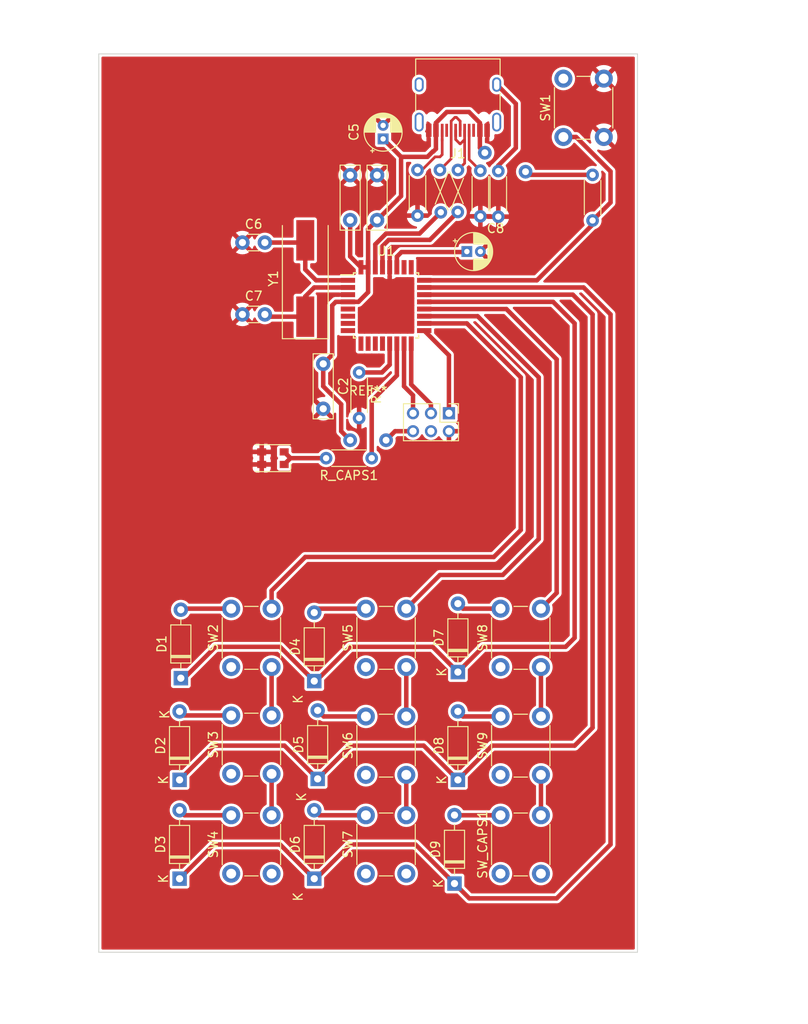
<source format=kicad_pcb>
(kicad_pcb (version 20211014) (generator pcbnew)
  (layers (0 "F.Cu" signal) (31 "B.Cu" signal) (34 "B.Paste" user) (35 "F.Paste" user) (36 "B.SilkS" user "B.Silkscreen") (37 "F.SilkS" user "F.Silkscreen") (38 "B.Mask" user) (39 "F.Mask" user) (44 "Edge.Cuts" user))
  (net 0 "")
  (net 1 "Net-(C6-Pad2)")
  (net 2 "Net-(C7-Pad2)")
  (net 3 "Net-(C8-Pad1)")
  (net 4 "Net-(D1-Pad2)")
  (net 5 "Net-(D2-Pad2)")
  (net 6 "ROW3")
  (net 7 "Net-(D3-Pad2)")
  (net 8 "Net-(D4-Pad2)")
  (net 9 "Net-(D5-Pad2)")
  (net 10 "Net-(D6-Pad2)")
  (net 11 "Net-(D7-Pad2)")
  (net 12 "Net-(D8-Pad2)")
  (net 13 "Net-(D9-Pad2)")
  (net 14 "Net-(J1-PadA5)")
  (net 15 "Net-(J1-PadA6)")
  (net 16 "Net-(J1-PadA7)")
  (net 18 "Net-(J1-PadB5)")
  (net 20 "Net-(J1-PadS1)")
  (net 21 "RESET")
  (net 22 "D-")
  (net 23 "D+")
  (net 24 "Net-(R7-Pad1)")
  (net 25 "CAPS")
  (net 26 "COL1")
  (net 27 "COL2")
  (net 28 "COL3")
  (net 31 "VCC")
  (net 32 "GND")
  (net 37 "Net-(R_CAPS1-Pad2)")
  (net 41 "ROW1")
  (net 42 "ROW2")
  (net 44 "MISO")
  (net 45 "MOSI")
  (net 46 "SCLK")
  (footprint "Resistor_THT:R_Axial_DIN0204_L3.6mm_D1.6mm_P5.08mm_Horizontal" (layer "F.Cu") (at 58 55.46 -90)
    (fp_text reference "R7" (at 2.54 -1.92 90) (layer "F.SilkS"))
    (fp_text value "10k")
    (pad "1" thru_hole circle (at 0 0 270) (size 1.4 1.4) (drill 0.7) (layers *.Cu *.Mask) (net 24 "Net-(R7-Pad1)"))
    (pad "2" thru_hole oval (at 5.08 0 270) (size 1.4 1.4) (drill 0.7) (layers *.Cu *.Mask) (net 32 "GND"))
  )
  (footprint "Diode_THT:D_DO-35_SOD27_P7.62mm_Horizontal" (layer "F.Cu") (at 53 111.81 90)
    (fp_text reference "D6" (at 3.81 -2.12 90) (layer "F.SilkS"))
    (fp_text value "1N4148")
    (fp_text user "K" (at -2.015564 -1.8 90) (layer "F.SilkS"))
    (pad "1" thru_hole rect locked (at 0 0 90) (size 1.6 1.6) (drill 0.8) (layers *.Cu *.Mask) (net 6 "ROW3"))
    (pad "2" thru_hole oval locked (at 7.62 0 90) (size 1.6 1.6) (drill 0.8) (layers *.Cu *.Mask) (net 10 "Net-(D6-Pad2)"))
  )
  (footprint "Diode_THT:D_DO-35_SOD27_P7.62mm_Horizontal" (layer "F.Cu") (at 38.14 89.49 90)
    (fp_text reference "D1" (at 3.81 -2.12 90) (layer "F.SilkS"))
    (fp_text value "1N4148")
    (fp_text user "K" (at -4.031128 -1.8 90) (layer "F.SilkS"))
    (pad "1" thru_hole rect locked (at 0 0 90) (size 1.6 1.6) (drill 0.8) (layers *.Cu *.Mask) (net 41 "ROW1"))
    (pad "2" thru_hole oval locked (at 7.62 0 90) (size 1.6 1.6) (drill 0.8) (layers *.Cu *.Mask) (net 4 "Net-(D1-Pad2)"))
  )
  (footprint "Capacitor_THT:C_Rect_L7.0mm_W2.0mm_P5.00mm" (layer "F.Cu") (at 57 38.5 90)
    (fp_text reference "C1" hide)
    (fp_text value "0.1uf")
    (pad "1" thru_hole circle (at 0 0 90) (size 1.6 1.6) (drill 0.8) (layers *.Cu *.Mask) (net 31 "VCC"))
    (pad "2" thru_hole circle (at 5 0 90) (size 1.6 1.6) (drill 0.8) (layers *.Cu *.Mask) (net 32 "GND"))
  )
  (footprint "Diode_THT:D_DO-35_SOD27_P7.62mm_Horizontal" (layer "F.Cu") (at 68.62 112.35 90)
    (fp_text reference "D9" (at 3.81 -2.12 90) (layer "F.SilkS"))
    (fp_text value "1N4148")
    (fp_text user "K" (at 0 -1.8 90) (layer "F.SilkS"))
    (pad "1" thru_hole rect locked (at 0 0 90) (size 1.6 1.6) (drill 0.8) (layers *.Cu *.Mask) (net 6 "ROW3"))
    (pad "2" thru_hole oval locked (at 7.62 0 90) (size 1.6 1.6) (drill 0.8) (layers *.Cu *.Mask) (net 13 "Net-(D9-Pad2)"))
  )
  (footprint "Button_Switch_THT:SW_PUSH_6mm" (layer "F.Cu") (at 73.75 111.25 90)
    (fp_text reference "SW_CAPS1" (at 3.25 -2 90) (layer "F.SilkS"))
    (fp_text value "SW_Push")
    (pad "1" thru_hole circle locked (at 6.5 0 180) (size 2 2) (drill 1.1) (layers *.Cu *.Mask) (net 13 "Net-(D9-Pad2)"))
    (pad "1" thru_hole circle locked (at 0 0 180) (size 2 2) (drill 1.1) (layers *.Cu *.Mask) (net 13 "Net-(D9-Pad2)"))
    (pad "2" thru_hole circle locked (at 6.5 4.5 180) (size 2 2) (drill 1.1) (layers *.Cu *.Mask) (net 28 "COL3"))
    (pad "2" thru_hole circle locked (at 0 4.5 180) (size 2 2) (drill 1.1) (layers *.Cu *.Mask) (net 28 "COL3"))
  )
  (footprint "Resistor_THT:R_Axial_DIN0204_L3.6mm_D1.6mm_P5.08mm_Horizontal" (layer "F.Cu") (at 67 32.92 -67)
    (fp_text reference "R6" hide)
    (fp_text value "22ohm")
    (pad "1" thru_hole circle (at 0 0 293) (size 1.4 1.4) (drill 0.7) (layers *.Cu *.Mask) (net 15 "Net-(J1-PadA6)"))
    (pad "2" thru_hole oval (at 5.08 0 293) (size 1.4 1.4) (drill 0.7) (layers *.Cu *.Mask) (net 23 "D+"))
  )
  (footprint "Package_QFP:TQFP-32_7x7mm_P0.8mm" (layer "F.Cu") (at 61 48)
    (fp_text reference "U1" (at 0 -6.05) (layer "F.SilkS"))
    (fp_text value "ATmega8U2-A")
    (pad "1" smd rect (at -4.25 -2.8) (size 1.6 0.55) (layers "F.Cu" "F.Paste" "F.Mask") (net 1 "Net-(C6-Pad2)"))
    (pad "2" smd rect (at -4.25 -2) (size 1.6 0.55) (layers "F.Cu" "F.Paste" "F.Mask") (net 2 "Net-(C7-Pad2)"))
    (pad "3" smd rect (at -4.25 -1.2) (size 1.6 0.55) (layers "F.Cu" "F.Paste" "F.Mask") (net 32 "GND"))
    (pad "4" smd rect (at -4.25 -0.4) (size 1.6 0.55) (layers "F.Cu" "F.Paste" "F.Mask") (net 31 "VCC"))
    (pad "5" smd rect (at -4.25 0.4) (size 1.6 0.55) (layers "F.Cu" "F.Paste" "F.Mask"))
    (pad "6" smd rect (at -4.25 1.2) (size 1.6 0.55) (layers "F.Cu" "F.Paste" "F.Mask"))
    (pad "7" smd rect (at -4.25 2) (size 1.6 0.55) (layers "F.Cu" "F.Paste" "F.Mask"))
    (pad "8" smd rect (at -4.25 2.8) (size 1.6 0.55) (layers "F.Cu" "F.Paste" "F.Mask"))
    (pad "9" smd rect (at -2.8 4.25 90) (size 1.6 0.55) (layers "F.Cu" "F.Paste" "F.Mask"))
    (pad "10" smd rect (at -2 4.25 90) (size 1.6 0.55) (layers "F.Cu" "F.Paste" "F.Mask"))
    (pad "11" smd rect (at -1.2 4.25 90) (size 1.6 0.55) (layers "F.Cu" "F.Paste" "F.Mask"))
    (pad "12" smd rect (at -0.4 4.25 90) (size 1.6 0.55) (layers "F.Cu" "F.Paste" "F.Mask"))
    (pad "13" smd rect (at 0.4 4.25 90) (size 1.6 0.55) (layers "F.Cu" "F.Paste" "F.Mask") (net 24 "Net-(R7-Pad1)"))
    (pad "14" smd rect (at 1.2 4.25 90) (size 1.6 0.55) (layers "F.Cu" "F.Paste" "F.Mask") (net 25 "CAPS"))
    (pad "15" smd rect (at 2 4.25 90) (size 1.6 0.55) (layers "F.Cu" "F.Paste" "F.Mask") (net 46 "SCLK"))
    (pad "16" smd rect (at 2.8 4.25 90) (size 1.6 0.55) (layers "F.Cu" "F.Paste" "F.Mask") (net 45 "MOSI"))
    (pad "17" smd rect (at 4.25 2.8) (size 1.6 0.55) (layers "F.Cu" "F.Paste" "F.Mask") (net 44 "MISO"))
    (pad "18" smd rect (at 4.25 2) (size 1.6 0.55) (layers "F.Cu" "F.Paste" "F.Mask") (net 26 "COL1"))
    (pad "19" smd rect (at 4.25 1.2) (size 1.6 0.55) (layers "F.Cu" "F.Paste" "F.Mask") (net 27 "COL2"))
    (pad "20" smd rect (at 4.25 0.4) (size 1.6 0.55) (layers "F.Cu" "F.Paste" "F.Mask") (net 28 "COL3"))
    (pad "21" smd rect (at 4.25 -0.4) (size 1.6 0.55) (layers "F.Cu" "F.Paste" "F.Mask") (net 41 "ROW1"))
    (pad "22" smd rect (at 4.25 -1.2) (size 1.6 0.55) (layers "F.Cu" "F.Paste" "F.Mask") (net 42 "ROW2"))
    (pad "23" smd rect (at 4.25 -2) (size 1.6 0.55) (layers "F.Cu" "F.Paste" "F.Mask") (net 6 "ROW3"))
    (pad "24" smd rect (at 4.25 -2.8) (size 1.6 0.55) (layers "F.Cu" "F.Paste" "F.Mask") (net 21 "RESET"))
    (pad "25" smd rect (at 2.8 -4.25 90) (size 1.6 0.55) (layers "F.Cu" "F.Paste" "F.Mask"))
    (pad "26" smd rect (at 2 -4.25 90) (size 1.6 0.55) (layers "F.Cu" "F.Paste" "F.Mask"))
    (pad "27" smd rect (at 1.2 -4.25 90) (size 1.6 0.55) (layers "F.Cu" "F.Paste" "F.Mask") (net 3 "Net-(C8-Pad1)"))
    (pad "28" smd rect (at 0.4 -4.25 90) (size 1.6 0.55) (layers "F.Cu" "F.Paste" "F.Mask") (net 32 "GND"))
    (pad "29" smd rect (at -0.4 -4.25 90) (size 1.6 0.55) (layers "F.Cu" "F.Paste" "F.Mask") (net 23 "D+"))
    (pad "30" smd rect (at -1.2 -4.25 90) (size 1.6 0.55) (layers "F.Cu" "F.Paste" "F.Mask") (net 22 "D-"))
    (pad "31" smd rect (at -2 -4.25 90) (size 1.6 0.55) (layers "F.Cu" "F.Paste" "F.Mask") (net 31 "VCC"))
    (pad "32" smd rect (at -2.8 -4.25 90) (size 1.6 0.55) (layers "F.Cu" "F.Paste" "F.Mask") (net 31 "VCC"))
  )
  (footprint "Liam_CustomFootprints:Jumper_THT" (layer "F.Cu") (at 75.925707 27.313698 -25)
    (fp_text reference "REF**" hide)
    (fp_text value "Jumper_THT" hide)
    (pad "1" thru_hole circle (at -2 5 335) (size 1.524 1.524) (drill 0.762) (layers *.Cu *.Mask) (net 31 "VCC"))
    (pad "2" thru_hole circle (at 3 5 335) (size 1.524 1.524) (drill 0.762) (layers *.Cu *.Mask) (net 31 "VCC"))
  )
  (footprint "Diode_THT:D_DO-35_SOD27_P7.62mm_Horizontal" (layer "F.Cu") (at 69 100.81 90)
    (fp_text reference "D8" (at 3.81 -2.12 90) (layer "F.SilkS"))
    (fp_text value "1N4148")
    (fp_text user "K" (at 0 -1.8 90) (layer "F.SilkS"))
    (pad "1" thru_hole rect locked (at 0 0 90) (size 1.6 1.6) (drill 0.8) (layers *.Cu *.Mask) (net 42 "ROW2"))
    (pad "2" thru_hole oval locked (at 7.62 0 90) (size 1.6 1.6) (drill 0.8) (layers *.Cu *.Mask) (net 12 "Net-(D8-Pad2)"))
  )
  (footprint "Button_Switch_THT:SW_PUSH_6mm" (layer "F.Cu") (at 80.75 29.25 90)
    (fp_text reference "SW1" (at 3.25 -2 90) (layer "F.SilkS"))
    (fp_text value "SW_Push")
    (pad "1" thru_hole circle (at 6.5 0 180) (size 2 2) (drill 1.1) (layers *.Cu *.Mask) (net 21 "RESET"))
    (pad "1" thru_hole circle (at 0 0 180) (size 2 2) (drill 1.1) (layers *.Cu *.Mask) (net 21 "RESET"))
    (pad "2" thru_hole circle (at 6.5 4.5 180) (size 2 2) (drill 1.1) (layers *.Cu *.Mask) (net 32 "GND"))
    (pad "2" thru_hole circle (at 0 4.5 180) (size 2 2) (drill 1.1) (layers *.Cu *.Mask) (net 32 "GND"))
  )
  (footprint "Connector_USB:USB_C_Receptacle_HRO_TYPE-C-31-M-12" (layer "F.Cu") (at 69 24.46 180)
    (fp_text reference "J1" (at 0 -6.645) (layer "F.SilkS"))
    (fp_text value "USB_C_Receptacle_USB2.0")
    (pad "" np_thru_hole circle (at -2.89 -2.6 180) (size 0.65 0.65) (drill 0.65) (layers *.Cu *.Mask))
    (pad "" np_thru_hole circle (at 2.89 -2.6 180) (size 0.65 0.65) (drill 0.65) (layers *.Cu *.Mask))
    (pad "A1" smd rect (at -3.25 -4.045 180) (size 0.6 1.45) (layers "F.Cu" "F.Paste" "F.Mask") (net 32 "GND"))
    (pad "A4" smd rect (at -2.45 -4.045 180) (size 0.6 1.45) (layers "F.Cu" "F.Paste" "F.Mask") (net 31 "VCC"))
    (pad "A5" smd rect (at -1.25 -4.045 180) (size 0.3 1.45) (layers "F.Cu" "F.Paste" "F.Mask") (net 14 "Net-(J1-PadA5)"))
    (pad "A6" smd rect (at -0.25 -4.045 180) (size 0.3 1.45) (layers "F.Cu" "F.Paste" "F.Mask") (net 15 "Net-(J1-PadA6)"))
    (pad "A7" smd rect (at 0.25 -4.045 180) (size 0.3 1.45) (layers "F.Cu" "F.Paste" "F.Mask") (net 16 "Net-(J1-PadA7)"))
    (pad "A8" smd rect (at 1.25 -4.045 180) (size 0.3 1.45) (layers "F.Cu" "F.Paste" "F.Mask"))
    (pad "A9" smd rect (at 2.45 -4.045 180) (size 0.6 1.45) (layers "F.Cu" "F.Paste" "F.Mask") (net 31 "VCC"))
    (pad "A12" smd rect (at 3.25 -4.045 180) (size 0.6 1.45) (layers "F.Cu" "F.Paste" "F.Mask") (net 32 "GND"))
    (pad "B1" smd rect (at 3.25 -4.045 180) (size 0.6 1.45) (layers "F.Cu" "F.Paste" "F.Mask") (net 32 "GND"))
    (pad "B4" smd rect (at 2.45 -4.045 180) (size 0.6 1.45) (layers "F.Cu" "F.Paste" "F.Mask") (net 31 "VCC"))
    (pad "B5" smd rect (at 1.75 -4.045 180) (size 0.3 1.45) (layers "F.Cu" "F.Paste" "F.Mask") (net 18 "Net-(J1-PadB5)"))
    (pad "B6" smd rect (at 0.75 -4.045 180) (size 0.3 1.45) (layers "F.Cu" "F.Paste" "F.Mask") (net 15 "Net-(J1-PadA6)"))
    (pad "B7" smd rect (at -0.75 -4.045 180) (size 0.3 1.45) (layers "F.Cu" "F.Paste" "F.Mask") (net 16 "Net-(J1-PadA7)"))
    (pad "B8" smd rect (at -1.75 -4.045 180) (size 0.3 1.45) (layers "F.Cu" "F.Paste" "F.Mask"))
    (pad "B9" smd rect (at -2.45 -4.045 180) (size 0.6 1.45) (layers "F.Cu" "F.Paste" "F.Mask") (net 31 "VCC"))
    (pad "B12" smd rect (at -3.25 -4.045 180) (size 0.6 1.45) (layers "F.Cu" "F.Paste" "F.Mask") (net 32 "GND"))
    (pad "S1" thru_hole oval (at 4.32 -3.13 180) (size 1 2.1) (drill oval 0.6 1.7) (layers *.Cu *.Mask) (net 20 "Net-(J1-PadS1)"))
    (pad "S1" thru_hole oval (at -4.32 1.05 180) (size 1 1.6) (drill oval 0.6 1.2) (layers *.Cu *.Mask) (net 20 "Net-(J1-PadS1)"))
    (pad "S1" thru_hole oval (at 4.32 1.05 180) (size 1 1.6) (drill oval 0.6 1.2) (layers *.Cu *.Mask) (net 20 "Net-(J1-PadS1)"))
    (pad "S1" thru_hole oval (at -4.32 -3.13 180) (size 1 2.1) (drill oval 0.6 1.7) (layers *.Cu *.Mask) (net 20 "Net-(J1-PadS1)"))
  )
  (footprint "Diode_THT:D_DO-35_SOD27_P7.62mm_Horizontal" (layer "F.Cu") (at 38 111.81 90)
    (fp_text reference "D3" (at 3.81 -2.12 90) (layer "F.SilkS"))
    (fp_text value "1N4148")
    (fp_text user "K" (at 0 -1.8 90) (layer "F.SilkS"))
    (pad "1" thru_hole rect locked (at 0 0 90) (size 1.6 1.6) (drill 0.8) (layers *.Cu *.Mask) (net 6 "ROW3"))
    (pad "2" thru_hole oval locked (at 7.62 0 90) (size 1.6 1.6) (drill 0.8) (layers *.Cu *.Mask) (net 7 "Net-(D3-Pad2)"))
  )
  (footprint "Capacitor_THT:CP_Radial_D4.0mm_P1.50mm" (layer "F.Cu") (at 60.66952 29.46 90)
    (fp_text reference "C5" (at 0.75 -3.25 90) (layer "F.SilkS"))
    (fp_text value "10uf")
    (pad "1" thru_hole rect (at 0 0 90) (size 1.2 1.2) (drill 0.6) (layers *.Cu *.Mask) (net 31 "VCC"))
    (pad "2" thru_hole circle (at 1.5 0 90) (size 1.2 1.2) (drill 0.6) (layers *.Cu *.Mask) (net 32 "GND"))
  )
  (footprint "Capacitor_THT:C_Rect_L7.0mm_W2.0mm_P5.00mm" (layer "F.Cu") (at 60 38.5 90)
    (fp_text reference "C3" hide)
    (fp_text value "0.1uf")
    (pad "1" thru_hole circle (at 0 0 90) (size 1.6 1.6) (drill 0.8) (layers *.Cu *.Mask) (net 31 "VCC"))
    (pad "2" thru_hole circle (at 5 0 90) (size 1.6 1.6) (drill 0.8) (layers *.Cu *.Mask) (net 32 "GND"))
  )
  (footprint "Liam_CustomFootprints:Jumper_THT" (layer "F.Cu") (at 59 58)
    (fp_text reference "REF**" (at 0 -0.5 unlocked) (layer "F.SilkS"))
    (fp_text value "Jumper_THT")
    (pad "1" thru_hole circle (at -2 5) (size 1.524 1.524) (drill 0.762) (layers *.Cu *.Mask) (net 31 "VCC"))
    (pad "2" thru_hole circle (at 2 5) (size 1.524 1.524) (drill 0.762) (layers *.Cu *.Mask) (net 31 "VCC"))
  )
  (footprint "Capacitor_THT:C_Rect_L7.0mm_W2.0mm_P5.00mm" (layer "F.Cu") (at 54 54.5 -90)
    (fp_text reference "C2" (at 2.5 -2.25 90) (layer "F.SilkS"))
    (fp_text value "0.1uf")
    (pad "1" thru_hole circle (at 0 0 270) (size 1.6 1.6) (drill 0.8) (layers *.Cu *.Mask) (net 31 "VCC"))
    (pad "2" thru_hole circle (at 5 0 270) (size 1.6 1.6) (drill 0.8) (layers *.Cu *.Mask) (net 32 "GND"))
  )
  (footprint "Capacitor_THT:C_Disc_D3.0mm_W1.6mm_P2.50mm" (layer "F.Cu") (at 45 41)
    (fp_text reference "C6" (at 1.25 -2.05) (layer "F.SilkS"))
    (fp_text value "22pf")
    (pad "1" thru_hole circle (at 0 0) (size 1.6 1.6) (drill 0.8) (layers *.Cu *.Mask) (net 32 "GND"))
    (pad "2" thru_hole circle (at 2.5 0) (size 1.6 1.6) (drill 0.8) (layers *.Cu *.Mask) (net 1 "Net-(C6-Pad2)"))
  )
  (footprint "Crystal:Crystal_SMD_HC49-SD" (layer "F.Cu") (at 52 45 90)
    (fp_text reference "Y1" (at 0 -3.55 90) (layer "F.SilkS"))
    (fp_text value "16mhz")
    (pad "1" smd rect (at -4.25 0 90) (size 4.5 2) (layers "F.Cu" "F.Paste" "F.Mask") (net 2 "Net-(C7-Pad2)"))
    (pad "2" smd rect (at 4.25 0 90) (size 4.5 2) (layers "F.Cu" "F.Paste" "F.Mask") (net 1 "Net-(C6-Pad2)"))
  )
  (footprint "Button_Switch_THT:SW_PUSH_6mm" (layer "F.Cu") (at 58.75 100.25 90)
    (fp_text reference "SW6" (at 3.25 -2 90) (layer "F.SilkS"))
    (fp_text value "SW_Push")
    (pad "1" thru_hole circle locked (at 6.5 0 180) (size 2 2) (drill 1.1) (layers *.Cu *.Mask) (net 9 "Net-(D5-Pad2)"))
    (pad "1" thru_hole circle locked (at 0 0 180) (size 2 2) (drill 1.1) (layers *.Cu *.Mask) (net 9 "Net-(D5-Pad2)"))
    (pad "2" thru_hole circle locked (at 0 4.5 180) (size 2 2) (drill 1.1) (layers *.Cu *.Mask) (net 27 "COL2"))
    (pad "2" thru_hole circle locked (at 6.5 4.5 180) (size 2 2) (drill 1.1) (layers *.Cu *.Mask) (net 27 "COL2"))
  )
  (footprint "Resistor_THT:R_Axial_DIN0204_L3.6mm_D1.6mm_P5.08mm_Horizontal" (layer "F.Cu") (at 59.4 65 180)
    (fp_text reference "R_CAPS1" (at 2.54 -1.92) (layer "F.SilkS"))
    (fp_text value "220ohm")
    (pad "1" thru_hole circle (at 0 0 180) (size 1.4 1.4) (drill 0.7) (layers *.Cu *.Mask) (net 25 "CAPS"))
    (pad "2" thru_hole oval (at 5.08 0 180) (size 1.4 1.4) (drill 0.7) (layers *.Cu *.Mask) (net 37 "Net-(R_CAPS1-Pad2)"))
  )
  (footprint "Button_Switch_THT:SW_PUSH_6mm" (layer "F.Cu") (at 43.75 111.25 90)
    (fp_text reference "SW4" (at 3.25 -2 90) (layer "F.SilkS"))
    (fp_text value "SW_Push")
    (pad "1" thru_hole circle locked (at 0 0 180) (size 2 2) (drill 1.1) (layers *.Cu *.Mask) (net 7 "Net-(D3-Pad2)"))
    (pad "1" thru_hole circle locked (at 6.5 0 180) (size 2 2) (drill 1.1) (layers *.Cu *.Mask) (net 7 "Net-(D3-Pad2)"))
    (pad "2" thru_hole circle locked (at 0 4.5 180) (size 2 2) (drill 1.1) (layers *.Cu *.Mask) (net 26 "COL1"))
    (pad "2" thru_hole circle locked (at 6.5 4.5 180) (size 2 2) (drill 1.1) (layers *.Cu *.Mask) (net 26 "COL1"))
  )
  (footprint "Diode_THT:D_DO-35_SOD27_P7.62mm_Horizontal" (layer "F.Cu") (at 69 88.81 90)
    (fp_text reference "D7" (at 3.81 -2.12 90) (layer "F.SilkS"))
    (fp_text value "1N4148")
    (fp_text user "K" (at 0 -1.8 90) (layer "F.SilkS"))
    (pad "1" thru_hole rect locked (at 0 0 90) (size 1.6 1.6) (drill 0.8) (layers *.Cu *.Mask) (net 41 "ROW1"))
    (pad "2" thru_hole oval locked (at 7.62 0 90) (size 1.6 1.6) (drill 0.8) (layers *.Cu *.Mask) (net 11 "Net-(D7-Pad2)"))
  )
  (footprint "Button_Switch_THT:SW_PUSH_6mm" (layer "F.Cu") (at 58.75 111.25 90)
    (fp_text reference "SW7" (at 3.25 -2 90) (layer "F.SilkS"))
    (fp_text value "SW_Push")
    (pad "1" thru_hole circle locked (at 0 0 180) (size 2 2) (drill 1.1) (layers *.Cu *.Mask) (net 10 "Net-(D6-Pad2)"))
    (pad "1" thru_hole circle locked (at 6.5 0 180) (size 2 2) (drill 1.1) (layers *.Cu *.Mask) (net 10 "Net-(D6-Pad2)"))
    (pad "2" thru_hole circle locked (at 6.5 4.5 180) (size 2 2) (drill 1.1) (layers *.Cu *.Mask) (net 27 "COL2"))
    (pad "2" thru_hole circle locked (at 0 4.5 180) (size 2 2) (drill 1.1) (layers *.Cu *.Mask) (net 27 "COL2"))
  )
  (footprint "Button_Switch_THT:SW_PUSH_6mm" (layer "F.Cu") (at 43.75 88.25 90)
    (fp_text reference "SW2" (at 3.25 -2 90) (layer "F.SilkS"))
    (fp_text value "SW_Push")
    (pad "1" thru_hole circle locked (at 6.5 0 180) (size 2 2) (drill 1.1) (layers *.Cu *.Mask) (net 4 "Net-(D1-Pad2)"))
    (pad "1" thru_hole circle locked (at 0 0 180) (size 2 2) (drill 1.1) (layers *.Cu *.Mask) (net 4 "Net-(D1-Pad2)"))
    (pad "2" thru_hole circle locked (at 6.5 4.5 180) (size 2 2) (drill 1.1) (layers *.Cu *.Mask) (net 26 "COL1"))
    (pad "2" thru_hole circle locked (at 0 4.5 180) (size 2 2) (drill 1.1) (layers *.Cu *.Mask) (net 26 "COL1"))
  )
  (footprint "Resistor_THT:R_Axial_DIN0204_L3.6mm_D1.6mm_P5.08mm_Horizontal" (layer "F.Cu") (at 69 32.92 -112)
    (fp_text reference "R5" hide)
    (fp_text value "22ohm")
    (pad "1" thru_hole circle (at 0 0 248) (size 1.4 1.4) (drill 0.7) (layers *.Cu *.Mask) (net 16 "Net-(J1-PadA7)"))
    (pad "2" thru_hole oval (at 5.08 0 248) (size 1.4 1.4) (drill 0.7) (layers *.Cu *.Mask) (net 22 "D-"))
  )
  (footprint "Diode_THT:D_DO-35_SOD27_P7.62mm_Horizontal" (layer "F.Cu") (at 53 89.81 90)
    (fp_text reference "D4" (at 3.81 -2.12 90) (layer "F.SilkS"))
    (fp_text value "1N4148")
    (fp_text user "K" (at -2.015564 -1.8 90) (layer "F.SilkS"))
    (pad "1" thru_hole rect locked (at 0 0 90) (size 1.6 1.6) (drill 0.8) (layers *.Cu *.Mask) (net 41 "ROW1"))
    (pad "2" thru_hole oval locked (at 7.62 0 90) (size 1.6 1.6) (drill 0.8) (layers *.Cu *.Mask) (net 8 "Net-(D4-Pad2)"))
  )
  (footprint "Resistor_THT:R_Axial_DIN0204_L3.6mm_D1.6mm_P5.08mm_Horizontal" (layer "F.Cu") (at 64.5 32.92 -90)
    (fp_text reference "R4" hide)
    (fp_text value "5.1k")
    (pad "1" thru_hole circle (at 0 0 270) (size 1.4 1.4) (drill 0.7) (layers *.Cu *.Mask) (net 18 "Net-(J1-PadB5)"))
    (pad "2" thru_hole oval (at 5.08 0 270) (size 1.4 1.4) (drill 0.7) (layers *.Cu *.Mask) (net 32 "GND"))
  )
  (footprint "Capacitor_THT:CP_Radial_D4.0mm_P1.50mm" (layer "F.Cu") (at 70 42)
    (fp_text reference "C8" (at 3.2 -2.569022) (layer "F.SilkS"))
    (fp_text value "1uf")
    (pad "1" thru_hole rect (at 0 0) (size 1.2 1.2) (drill 0.6) (layers *.Cu *.Mask) (net 3 "Net-(C8-Pad1)"))
    (pad "2" thru_hole circle (at 1.5 0) (size 1.2 1.2) (drill 0.6) (layers *.Cu *.Mask) (net 32 "GND"))
  )
  (footprint "Button_Switch_THT:SW_PUSH_6mm" (layer "F.Cu") (at 58.75 88.25 90)
    (fp_text reference "SW5" (at 3.25 -2 90) (layer "F.SilkS"))
    (fp_text value "SW_Push")
    (pad "1" thru_hole circle locked (at 0 0 180) (size 2 2) (drill 1.1) (layers *.Cu *.Mask) (net 8 "Net-(D4-Pad2)"))
    (pad "1" thru_hole circle locked (at 6.5 0 180) (size 2 2) (drill 1.1) (layers *.Cu *.Mask) (net 8 "Net-(D4-Pad2)"))
    (pad "2" thru_hole circle locked (at 6.5 4.5 180) (size 2 2) (drill 1.1) (layers *.Cu *.Mask) (net 27 "COL2"))
    (pad "2" thru_hole circle locked (at 0 4.5 180) (size 2 2) (drill 1.1) (layers *.Cu *.Mask) (net 27 "COL2"))
  )
  (footprint "Resistor_THT:R_Axial_DIN0204_L3.6mm_D1.6mm_P5.08mm_Horizontal" (layer "F.Cu") (at 71.5 33 -90)
    (fp_text reference "R3" hide)
    (fp_text value "5.1k")
    (pad "1" thru_hole circle (at 0 0 270) (size 1.4 1.4) (drill 0.7) (layers *.Cu *.Mask) (net 14 "Net-(J1-PadA5)"))
    (pad "2" thru_hole oval (at 5.08 0 270) (size 1.4 1.4) (drill 0.7) (layers *.Cu *.Mask) (net 32 "GND"))
  )
  (footprint "Capacitor_THT:C_Disc_D3.0mm_W1.6mm_P2.50mm" (layer "F.Cu") (at 45 49)
    (fp_text reference "C7" (at 1.25 -2.05) (layer "F.SilkS"))
    (fp_text value "22pf")
    (pad "1" thru_hole circle (at 0 0) (size 1.6 1.6) (drill 0.8) (layers *.Cu *.Mask) (net 32 "GND"))
    (pad "2" thru_hole circle (at 2.5 0) (size 1.6 1.6) (drill 0.8) (layers *.Cu *.Mask) (net 2 "Net-(C7-Pad2)"))
  )
  (footprint "Diode_THT:D_DO-35_SOD27_P7.62mm_Horizontal" (layer "F.Cu") (at 53.38 100.698872 90)
    (fp_text reference "D5" (at 3.81 -2.12 90) (layer "F.SilkS"))
    (fp_text value "1N4148")
    (fp_text user "K" (at -2.015564 -1.8 90) (layer "F.SilkS"))
    (pad "1" thru_hole rect locked (at 0 0 90) (size 1.6 1.6) (drill 0.8) (layers *.Cu *.Mask) (net 42 "ROW2"))
    (pad "2" thru_hole oval locked (at 7.62 0 90) (size 1.6 1.6) (drill 0.8) (layers *.Cu *.Mask) (net 9 "Net-(D5-Pad2)"))
  )
  (footprint "Resistor_THT:R_Axial_DIN0204_L3.6mm_D1.6mm_P5.08mm_Horizontal" (layer "F.Cu") (at 73.5 33.04 -90)
    (fp_text reference "R2" hide)
    (fp_text value "10M")
    (pad "1" thru_hole circle (at 0 0 270) (size 1.4 1.4) (drill 0.7) (layers *.Cu *.Mask) (net 20 "Net-(J1-PadS1)"))
    (pad "2" thru_hole oval (at 5.08 0 270) (size 1.4 1.4) (drill 0.7) (layers *.Cu *.Mask) (net 32 "GND"))
  )
  (footprint "Button_Switch_THT:SW_PUSH_6mm" (layer "F.Cu") (at 73.75 88.25 90)
    (fp_text reference "SW8" (at 3.25 -2 90) (layer "F.SilkS"))
    (fp_text value "SW_Push")
    (pad "1" thru_hole circle locked (at 6.5 0 180) (size 2 2) (drill 1.1) (layers *.Cu *.Mask) (net 11 "Net-(D7-Pad2)"))
    (pad "1" thru_hole circle locked (at 0 0 180) (size 2 2) (drill 1.1) (layers *.Cu *.Mask) (net 11 "Net-(D7-Pad2)"))
    (pad "2" thru_hole circle locked (at 6.5 4.5 180) (size 2 2) (drill 1.1) (layers *.Cu *.Mask) (net 28 "COL3"))
    (pad "2" thru_hole circle locked (at 0 4.5 180) (size 2 2) (drill 1.1) (layers *.Cu *.Mask) (net 28 "COL3"))
  )
  (footprint "Button_Switch_THT:SW_PUSH_6mm" (layer "F.Cu") (at 43.75 100.138872 90)
    (fp_text reference "SW3" (at 3.25 -2 90) (layer "F.SilkS"))
    (fp_text value "SW_Push")
    (pad "1" thru_hole circle locked (at 6.5 0 180) (size 2 2) (drill 1.1) (layers *.Cu *.Mask) (net 5 "Net-(D2-Pad2)"))
    (pad "1" thru_hole circle locked (at 0 0 180) (size 2 2) (drill 1.1) (layers *.Cu *.Mask) (net 5 "Net-(D2-Pad2)"))
    (pad "2" thru_hole circle locked (at 0 4.5 180) (size 2 2) (drill 1.1) (layers *.Cu *.Mask) (net 26 "COL1"))
    (pad "2" thru_hole circle locked (at 6.5 4.5 180) (size 2 2) (drill 1.1) (layers *.Cu *.Mask) (net 26 "COL1"))
  )
  (footprint "Button_Switch_THT:SW_PUSH_6mm" (layer "F.Cu") (at 73.75 100.25 90)
    (fp_text reference "SW9" (at 3.25 -2 90) (layer "F.SilkS"))
    (fp_text value "SW_Push")
    (pad "1" thru_hole circle locked (at 0 0 180) (size 2 2) (drill 1.1) (layers *.Cu *.Mask) (net 12 "Net-(D8-Pad2)"))
    (pad "1" thru_hole circle locked (at 6.5 0 180) (size 2 2) (drill 1.1) (layers *.Cu *.Mask) (net 12 "Net-(D8-Pad2)"))
    (pad "2" thru_hole circle locked (at 6.5 4.5 180) (size 2 2) (drill 1.1) (layers *.Cu *.Mask) (net 28 "COL3"))
    (pad "2" thru_hole circle locked (at 0 4.5 180) (size 2 2) (drill 1.1) (layers *.Cu *.Mask) (net 28 "COL3"))
  )
  (footprint "Connector_PinHeader_2.00mm:PinHeader_2x03_P2.00mm_Vertical" (layer "F.Cu") (at 68 60 -90)
    (fp_text reference "ICSP_Programmer1" hide)
    (fp_text value "Conn_02x03_Odd_Even" hide)
    (pad "1" thru_hole rect (at 0 0 270) (size 1.35 1.35) (drill 0.8) (layers *.Cu *.Mask) (net 44 "MISO"))
    (pad "2" thru_hole oval (at 2 0 270) (size 1.35 1.35) (drill 0.8) (layers *.Cu *.Mask) (net 32 "GND"))
    (pad "3" thru_hole oval (at 0 2 270) (size 1.35 1.35) (drill 0.8) (layers *.Cu *.Mask) (net 45 "MOSI"))
    (pad "4" thru_hole oval (at 2 2 270) (size 1.35 1.35) (drill 0.8) (layers *.Cu *.Mask))
    (pad "5" thru_hole oval (at 0 4 270) (size 1.35 1.35) (drill 0.8) (layers *.Cu *.Mask) (net 46 "SCLK"))
    (pad "6" thru_hole oval (at 2 4 270) (size 1.35 1.35) (drill 0.8) (layers *.Cu *.Mask) (net 31 "VCC"))
  )
  (footprint "Resistor_THT:R_Axial_DIN0204_L3.6mm_D1.6mm_P5.08mm_Horizontal" (layer "F.Cu") (at 84 38.54 90)
    (fp_text reference "R1" hide)
    (fp_text value "10k")
    (pad "1" thru_hole circle (at 0 0 90) (size 1.4 1.4) (drill 0.7) (layers *.Cu *.Mask) (net 21 "RESET"))
    (pad "2" thru_hole oval (at 5.08 0 90) (size 1.4 1.4) (drill 0.7) (layers *.Cu *.Mask) (net 31 "VCC"))
  )
  (footprint "Diode_THT:D_DO-35_SOD27_P7.62mm_Horizontal" (layer "F.Cu") (at 38 100.81 90)
    (fp_text reference "D2" (at 3.81 -2.12 90) (layer "F.SilkS"))
    (fp_text value "1N4148")
    (fp_text user "K" (at 0 -1.8 90) (layer "F.SilkS"))
    (pad "1" thru_hole rect locked (at 0 0 90) (size 1.6 1.6) (drill 0.8) (layers *.Cu *.Mask) (net 42 "ROW2"))
    (pad "2" thru_hole oval locked (at 7.62 0 90) (size 1.6 1.6) (drill 0.8) (layers *.Cu *.Mask) (net 5 "Net-(D2-Pad2)"))
  )
  (footprint "LED_SMD:LED_Cree-PLCC4_3.2x2.8mm_CCW" (layer "F.Cu") (at 48.4 65 180)
    (fp_text reference "D_CAPS1" hide)
    (fp_text value "CLA1A-WKW-CXAYB153" hide)
    (pad "1" smd rect (at -1.25 -0.7 180) (size 1 0.8) (layers "F.Cu" "F.Paste" "F.Mask") (net 37 "Net-(R_CAPS1-Pad2)"))
    (pad "2" smd rect (at -1.25 0.7 180) (size 1 0.8) (layers "F.Cu" "F.Paste" "F.Mask") (net 37 "Net-(R_CAPS1-Pad2)"))
    (pad "3" smd rect (at 1.25 0.7 180) (size 1 0.8) (layers "F.Cu" "F.Paste" "F.Mask") (net 32 "GND"))
    (pad "4" smd rect (at 1.25 -0.7 180) (size 1 0.8) (layers "F.Cu" "F.Paste" "F.Mask") (net 32 "GND"))
  )
  (gr_line (start 89 20) (end 29 20) (layer "Edge.Cuts") (width 0.1))
  (gr_line (start 89 120) (end 89 20) (layer "Edge.Cuts") (width 0.1))
  (gr_line (start 29 20) (end 29 120) (layer "Edge.Cuts") (width 0.1))
  (gr_line (start 29 120) (end 89 120) (layer "Edge.Cuts") (width 0.1))
  (segment (start 53.2 45.2) (end 52 44) (width 0.5) (layer "F.Cu") (net 1))
  (segment (start 56.75 45.2) (end 53.2 45.2) (width 0.5) (layer "F.Cu") (net 1))
  (segment (start 52 44) (end 52 40.75) (width 0.5) (layer "F.Cu") (net 1))
  (segment (start 51.75 41) (end 52 40.75) (width 0.5) (layer "F.Cu") (net 1))
  (segment (start 47.5 41) (end 51.75 41) (width 0.5) (layer "F.Cu") (net 1))
  (segment (start 52 49.25) (end 47.75 49.25) (width 0.5) (layer "F.Cu") (net 2))
  (segment (start 47.75 49.25) (end 47.5 49) (width 0.5) (layer "F.Cu") (net 2))
  (segment (start 52 47) (end 52 49.25) (width 0.5) (layer "F.Cu") (net 2))
  (segment (start 56.75 46) (end 53 46) (width 0.5) (layer "F.Cu") (net 2))
  (segment (start 53 46) (end 52 47) (width 0.5) (layer "F.Cu") (net 2))
  (segment (start 62.718569 42.057409) (end 69.942591 42.057409) (width 0.5) (layer "F.Cu") (net 3))
  (segment (start 69.942591 42.057409) (end 70 42) (width 0.5) (layer "F.Cu") (net 3))
  (segment (start 62.2 43.75) (end 62.2 42.575978) (width 0.5) (layer "F.Cu") (net 3))
  (segment (start 62.2 42.575978) (end 62.718569 42.057409) (width 0.5) (layer "F.Cu") (net 3))
  (segment (start 38.26 81.75) (end 38.14 81.87) (width 0.5) (layer "F.Cu") (net 4))
  (segment (start 43.75 81.75) (end 38.26 81.75) (width 0.5) (layer "F.Cu") (net 4))
  (segment (start 43.75 93.638872) (end 38.448872 93.638872) (width 0.5) (layer "F.Cu") (net 5))
  (segment (start 38.448872 93.638872) (end 38 93.19) (width 0.5) (layer "F.Cu") (net 5))
  (segment (start 41.81 108) (end 49.19 108) (width 0.5) (layer "F.Cu") (net 6))
  (segment (start 64.27 108) (end 68.62 112.35) (width 0.5) (layer "F.Cu") (net 6))
  (segment (start 49.19 108) (end 53 111.81) (width 0.5) (layer "F.Cu") (net 6))
  (segment (start 83 46) (end 65.25 46) (width 0.5) (layer "F.Cu") (net 6))
  (segment (start 70.27 114) (end 80 114) (width 0.5) (layer "F.Cu") (net 6))
  (segment (start 68.62 112.35) (end 70.27 114) (width 0.5) (layer "F.Cu") (net 6))
  (segment (start 53.19 111.81) (end 57 108) (width 0.5) (layer "F.Cu") (net 6))
  (segment (start 38 111.81) (end 41.81 108) (width 0.5) (layer "F.Cu") (net 6))
  (segment (start 86 108) (end 86 49) (width 0.5) (layer "F.Cu") (net 6))
  (segment (start 57 108) (end 64.27 108) (width 0.5) (layer "F.Cu") (net 6))
  (segment (start 80 114) (end 86 108) (width 0.5) (layer "F.Cu") (net 6))
  (segment (start 86 49) (end 83 46) (width 0.5) (layer "F.Cu") (net 6))
  (segment (start 53 111.81) (end 53.19 111.81) (width 0.5) (layer "F.Cu") (net 6))
  (segment (start 38.56 104.75) (end 38 104.19) (width 0.5) (layer "F.Cu") (net 7))
  (segment (start 43.75 104.75) (end 38.56 104.75) (width 0.5) (layer "F.Cu") (net 7))
  (segment (start 58.75 81.75) (end 53.44 81.75) (width 0.5) (layer "F.Cu") (net 8))
  (segment (start 53.44 81.75) (end 53 82.19) (width 0.5) (layer "F.Cu") (net 8))
  (segment (start 58.75 93.75) (end 54.051128 93.75) (width 0.5) (layer "F.Cu") (net 9))
  (segment (start 54.051128 93.75) (end 53.38 93.078872) (width 0.5) (layer "F.Cu") (net 9))
  (segment (start 53.56 104.75) (end 53 104.19) (width 0.5) (layer "F.Cu") (net 10))
  (segment (start 58.75 104.75) (end 53.56 104.75) (width 0.5) (layer "F.Cu") (net 10))
  (segment (start 69.56 81.75) (end 69 81.19) (width 0.5) (layer "F.Cu") (net 11))
  (segment (start 73.75 81.75) (end 69.56 81.75) (width 0.5) (layer "F.Cu") (net 11))
  (segment (start 73.75 93.75) (end 69.56 93.75) (width 0.5) (layer "F.Cu") (net 12))
  (segment (start 69.56 93.75) (end 69 93.19) (width 0.5) (layer "F.Cu") (net 12))
  (segment (start 68.64 104.75) (end 68.62 104.73) (width 0.5) (layer "F.Cu") (net 13))
  (segment (start 73.75 104.75) (end 68.64 104.75) (width 0.5) (layer "F.Cu") (net 13))
  (segment (start 70.25 31.75) (end 70.25 28.505) (width 0.3) (layer "F.Cu") (net 14))
  (segment (start 71.5 33) (end 70.25 31.75) (width 0.3) (layer "F.Cu") (net 14))
  (segment (start 68.25 27.480978) (end 68.671458 27.05952) (width 0.3) (layer "F.Cu") (net 15))
  (segment (start 68.25 31.67) (end 68.25 28.505) (width 0.3) (layer "F.Cu") (net 15))
  (segment (start 69.25 27.480978) (end 69.25 28.505) (width 0.3) (layer "F.Cu") (net 15))
  (segment (start 68.25 28.505) (end 68.25 27.480978) (width 0.3) (layer "F.Cu") (net 15))
  (segment (start 67 32.92) (end 68.25 31.67) (width 0.3) (layer "F.Cu") (net 15))
  (segment (start 68.671458 27.05952) (end 68.828542 27.05952) (width 0.3) (layer "F.Cu") (net 15))
  (segment (start 68.828542 27.05952) (end 69.25 27.480978) (width 0.3) (layer "F.Cu") (net 15))
  (segment (start 69.279022 30) (end 69.220978 30) (width 0.3) (layer "F.Cu") (net 16))
  (segment (start 68.775489 29.554511) (end 68.75 29.529022) (width 0.25) (layer "F.Cu") (net 16))
  (segment (start 69.75 32.17) (end 69.75 28.505) (width 0.3) (layer "F.Cu") (net 16))
  (segment (start 69.220978 30) (end 68.775489 29.554511) (width 0.3) (layer "F.Cu") (net 16))
  (segment (start 69.75 29.529022) (end 69.279022 30) (width 0.3) (layer "F.Cu") (net 16))
  (segment (start 68.75 29.529022) (end 68.75 28.505) (width 0.3) (layer "F.Cu") (net 16))
  (segment (start 69.75 28.505) (end 69.75 29.529022) (width 0.25) (layer "F.Cu") (net 16))
  (segment (start 69 32.92) (end 69.75 32.17) (width 0.3) (layer "F.Cu") (net 16))
  (segment (start 65 32.92) (end 66.46 31.46) (width 0.3) (layer "F.Cu") (net 18))
  (segment (start 67.25 31.21) (end 67.25 29.46) (width 0.3) (layer "F.Cu") (net 18))
  (segment (start 67 31.46) (end 67.25 31.21) (width 0.3) (layer "F.Cu") (net 18))
  (segment (start 66.46 31.46) (end 67 31.46) (width 0.3) (layer "F.Cu") (net 18))
  (segment (start 67.25 29.67) (end 67.25 28.505) (width 0.3) (layer "F.Cu") (net 18))
  (segment (start 75.45 25.54) (end 73.32 23.41) (width 0.5) (layer "F.Cu") (net 20))
  (segment (start 75.45 30.47) (end 75.45 25.54) (width 0.5) (layer "F.Cu") (net 20))
  (segment (start 73.5 33.04) (end 73.5 32.42) (width 0.5) (layer "F.Cu") (net 20))
  (segment (start 73.5 32.42) (end 75.45 30.47) (width 0.5) (layer "F.Cu") (net 20))
  (segment (start 86 36.54) (end 84 38.54) (width 0.5) (layer "F.Cu") (net 21))
  (segment (start 80.75 29.25) (end 82.164213 29.25) (width 0.5) (layer "F.Cu") (net 21))
  (segment (start 86 33.085787) (end 86 36.54) (width 0.5) (layer "F.Cu") (net 21))
  (segment (start 65.25 45.2) (end 77.8 45.2) (width 0.5) (layer "F.Cu") (net 21))
  (segment (start 82.164213 29.25) (end 86 33.085787) (width 0.5) (layer "F.Cu") (net 21))
  (segment (start 77.8 45.2) (end 84 39) (width 0.5) (layer "F.Cu") (net 21))
  (segment (start 84 39) (end 84 38.54) (width 0.5) (layer "F.Cu") (net 21))
  (segment (start 61 40) (end 59.8 41.2) (width 0.5) (layer "F.Cu") (net 22))
  (segment (start 64.727093 40) (end 61 40) (width 0.5) (layer "F.Cu") (net 22))
  (segment (start 67.096999 37.630094) (end 64.727093 40) (width 0.5) (layer "F.Cu") (net 22))
  (segment (start 59.8 41.2) (end 59.8 43.75) (width 0.5) (layer "F.Cu") (net 22))
  (segment (start 61.30048 40.69952) (end 65.881559 40.69952) (width 0.5) (layer "F.Cu") (net 23))
  (segment (start 60.6 43.75) (end 60.6 41.4) (width 0.5) (layer "F.Cu") (net 23))
  (segment (start 60.6 41.4) (end 61.30048 40.69952) (width 0.5) (layer "F.Cu") (net 23))
  (segment (start 65.881559 40.69952) (end 68.984914 37.596165) (width 0.5) (layer "F.Cu") (net 23))
  (segment (start 61.4 54.6) (end 60.54 55.46) (width 0.5) (layer "F.Cu") (net 24))
  (segment (start 60.54 55.46) (end 58 55.46) (width 0.5) (layer "F.Cu") (net 24))
  (segment (start 61.4 52.25) (end 61.4 54.6) (width 0.5) (layer "F.Cu") (net 24))
  (segment (start 59.4 65) (end 59.4 58.6) (width 0.5) (layer "F.Cu") (net 25))
  (segment (start 59.4 58.6) (end 62.2 55.8) (width 0.5) (layer "F.Cu") (net 25))
  (segment (start 62.2 55.8) (end 62.2 52.25) (width 0.5) (layer "F.Cu") (net 25))
  (segment (start 70 50) (end 65.25 50) (width 0.5) (layer "F.Cu") (net 26))
  (segment (start 48.25 100.138872) (end 48.25 104.75) (width 0.5) (layer "F.Cu") (net 26))
  (segment (start 73 76) (end 76 73) (width 0.5) (layer "F.Cu") (net 26))
  (segment (start 48.25 81.75) (end 48.25 79.75) (width 0.5) (layer "F.Cu") (net 26))
  (segment (start 48.25 79.75) (end 52 76) (width 0.5) (layer "F.Cu") (net 26))
  (segment (start 76 73) (end 76 56) (width 0.5) (layer "F.Cu") (net 26))
  (segment (start 48.25 88.25) (end 48.25 93.638872) (width 0.5) (layer "F.Cu") (net 26))
  (segment (start 52 76) (end 73 76) (width 0.5) (layer "F.Cu") (net 26))
  (segment (start 76 56) (end 70 50) (width 0.5) (layer "F.Cu") (net 26))
  (segment (start 65.25 49.2) (end 71.2 49.2) (width 0.5) (layer "F.Cu") (net 27))
  (segment (start 71.2 49.2) (end 78 56) (width 0.5) (layer "F.Cu") (net 27))
  (segment (start 78 56) (end 78 74) (width 0.5) (layer "F.Cu") (net 27))
  (segment (start 63.25 88.25) (end 63.25 93.75) (width 0.5) (layer "F.Cu") (net 27))
  (segment (start 78 74) (end 74 78) (width 0.5) (layer "F.Cu") (net 27))
  (segment (start 63.25 100.25) (end 63.25 104.75) (width 0.5) (layer "F.Cu") (net 27))
  (segment (start 74 78) (end 67 78) (width 0.5) (layer "F.Cu") (net 27))
  (segment (start 67 78) (end 63.25 81.75) (width 0.5) (layer "F.Cu") (net 27))
  (segment (start 78.25 104.75) (end 78.25 100.25) (width 0.5) (layer "F.Cu") (net 28))
  (segment (start 80 80) (end 80 54) (width 0.5) (layer "F.Cu") (net 28))
  (segment (start 78.25 81.75) (end 80 80) (width 0.5) (layer "F.Cu") (net 28))
  (segment (start 74.4 48.4) (end 65.25 48.4) (width 0.5) (layer "F.Cu") (net 28))
  (segment (start 80 54) (end 74.4 48.4) (width 0.5) (layer "F.Cu") (net 28))
  (segment (start 78.25 88.25) (end 78.25 93.75) (width 0.5) (layer "F.Cu") (net 28))
  (segment (start 66.55 28.505) (end 66.55 27.680978) (width 0.5) (layer "F.Cu") (net 31))
  (segment (start 66.55 30.57952) (end 66.55 28.505) (width 0.5) (layer "F.Cu") (net 31))
  (segment (start 54 57) (end 54 54.5) (width 0.5) (layer "F.Cu") (net 31))
  (segment (start 59 39.5) (end 62.66952 35.83048) (width 0.5) (layer "F.Cu") (net 31))
  (segment (start 56.75 47.6) (end 57.924022 47.6) (width 0.5) (layer "F.Cu") (net 31))
  (segment (start 57.924022 47.6) (end 59 46.524022) (width 0.5) (layer "F.Cu") (net 31))
  (segment (start 76.878447 33.46) (end 76.531539 33.113092) (width 0.5) (layer "F.Cu") (net 31))
  (segment (start 71.45 28.505) (end 71.45 30.45) (width 0.5) (layer "F.Cu") (net 31))
  (segment (start 59 43.75) (end 59 39.5) (width 0.5) (layer "F.Cu") (net 31))
  (segment (start 57 63) (end 56 62) (width 0.5) (layer "F.Cu") (net 31))
  (segment (start 55 53.5) (end 54 54.5) (width 0.5) (layer "F.Cu") (net 31))
  (segment (start 56 59) (end 54 57) (width 0.5) (layer "F.Cu") (net 31))
  (segment (start 71.45 27.680978) (end 71.45 28.505) (width 0.5) (layer "F.Cu") (net 31))
  (segment (start 55 48) (end 55 53.5) (width 0.5) (layer "F.Cu") (net 31))
  (segment (start 64 62) (end 62 62) (width 0.5) (layer "F.Cu") (net 31))
  (segment (start 55.4 47.6) (end 55 48) (width 0.5) (layer "F.Cu") (net 31))
  (segment (start 71.45 30.45) (end 72 31) (width 0.5) (layer "F.Cu") (net 31))
  (segment (start 66.26904 30.86048) (end 66.55 30.57952) (width 0.5) (layer "F.Cu") (net 31))
  (segment (start 66.21167 30.86048) (end 66.26904 30.86048) (width 0.5) (layer "F.Cu") (net 31))
  (segment (start 62 62) (end 61 63) (width 0.5) (layer "F.Cu") (net 31))
  (segment (start 67.770978 26.46) (end 70.229022 26.46) (width 0.5) (layer "F.Cu") (net 31))
  (segment (start 57 38.5) (end 57 42.55) (width 0.5) (layer "F.Cu") (net 31))
  (segment (start 57 42.55) (end 58.2 43.75) (width 0.5) (layer "F.Cu") (net 31))
  (segment (start 62.66952 31.46) (end 65.61215 31.46) (width 0.5) (layer "F.Cu") (net 31))
  (segment (start 58.2 43.75) (end 59 43.75) (width 0.5) (layer "F.Cu") (net 31))
  (segment (start 59 46.524022) (end 59 43.75) (width 0.5) (layer "F.Cu") (net 31))
  (segment (start 70.229022 26.46) (end 71.45 27.680978) (width 0.5) (layer "F.Cu") (net 31))
  (segment (start 84 33.46) (end 76.878447 33.46) (width 0.5) (layer "F.Cu") (net 31))
  (segment (start 62.66952 35.83048) (end 62.66952 31.46) (width 0.5) (layer "F.Cu") (net 31))
  (segment (start 56 62) (end 56 59) (width 0.5) (layer "F.Cu") (net 31))
  (segment (start 65.61215 31.46) (end 66.21167 30.86048) (width 0.5) (layer "F.Cu") (net 31))
  (segment (start 56.75 47.6) (end 55.4 47.6) (width 0.5) (layer "F.Cu") (net 31))
  (segment (start 60.66952 29.46) (end 62.66952 31.46) (width 0.5) (layer "F.Cu") (net 31))
  (segment (start 66.55 27.680978) (end 67.770978 26.46) (width 0.5) (layer "F.Cu") (net 31))
  (segment (start 50.35 65) (end 54.32 65) (width 0.5) (layer "F.Cu") (net 37))
  (segment (start 49.65 65.7) (end 50.35 65) (width 0.5) (layer "F.Cu") (net 37))
  (segment (start 50.35 65) (end 49.65 64.3) (width 0.5) (layer "F.Cu") (net 37))
  (segment (start 42 86) (end 49.19 86) (width 0.5) (layer "F.Cu") (net 41))
  (segment (start 66.19 86) (end 69 88.81) (width 0.5) (layer "F.Cu") (net 41))
  (segment (start 49.19 86) (end 53 89.81) (width 0.5) (layer "F.Cu") (net 41))
  (segment (start 82 85) (end 82 50) (width 0.5) (layer "F.Cu") (net 41))
  (segment (start 38.14 89.49) (end 38.51 89.49) (width 0.5) (layer "F.Cu") (net 41))
  (segment (start 53.19 89.81) (end 57 86) (width 0.5) (layer "F.Cu") (net 41))
  (segment (start 71.81 86) (end 81 86) (width 0.5) (layer "F.Cu") (net 41))
  (segment (start 79.6 47.6) (end 65.25 47.6) (width 0.5) (layer "F.Cu") (net 41))
  (segment (start 69 88.81) (end 71.81 86) (width 0.5) (layer "F.Cu") (net 41))
  (segment (start 38.51 89.49) (end 42 86) (width 0.5) (layer "F.Cu") (net 41))
  (segment (start 57 86) (end 66.19 86) (width 0.5) (layer "F.Cu") (net 41))
  (segment (start 53 89.81) (end 53.19 89.81) (width 0.5) (layer "F.Cu") (net 41))
  (segment (start 81 86) (end 82 85) (width 0.5) (layer "F.Cu") (net 41))
  (segment (start 82 50) (end 79.6 47.6) (width 0.5) (layer "F.Cu") (net 41))
  (segment (start 81.8 46.8) (end 65.25 46.8) (width 0.5) (layer "F.Cu") (net 42))
  (segment (start 53.38 100.698872) (end 57.078872 97) (width 0.5) (layer "F.Cu") (net 42))
  (segment (start 65.19 97) (end 69 100.81) (width 0.5) (layer "F.Cu") (net 42))
  (segment (start 84 95) (end 84 49) (width 0.5) (layer "F.Cu") (net 42))
  (segment (start 38 100.81) (end 41.81 97) (width 0.5) (layer "F.Cu") (net 42))
  (segment (start 49.681128 97) (end 53.38 100.698872) (width 0.5) (layer "F.Cu") (net 42))
  (segment (start 82 97) (end 84 95) (width 0.5) (layer "F.Cu") (net 42))
  (segment (start 57.078872 97) (end 65.19 97) (width 0.5) (layer "F.Cu") (net 42))
  (segment (start 69 100.81) (end 72.81 97) (width 0.5) (layer "F.Cu") (net 42))
  (segment (start 41.81 97) (end 49.681128 97) (width 0.5) (layer "F.Cu") (net 42))
  (segment (start 84 49) (end 81.8 46.8) (width 0.5) (layer "F.Cu") (net 42))
  (segment (start 72.81 97) (end 82 97) (width 0.5) (layer "F.Cu") (net 42))
  (segment (start 68 60) (end 68 53.55) (width 0.5) (layer "F.Cu") (net 44))
  (segment (start 68 53.55) (end 65.25 50.8) (width 0.5) (layer "F.Cu") (net 44))
  (segment (start 63.8 56.8) (end 66 59) (width 0.5) (layer "F.Cu") (net 45))
  (segment (start 63.8 52.25) (end 63.8 56.8) (width 0.5) (layer "F.Cu") (net 45))
  (segment (start 66 59) (end 66 60) (width 0.5) (layer "F.Cu") (net 45))
  (segment (start 64 58) (end 63 57) (width 0.5) (layer "F.Cu") (net 46))
  (segment (start 64 60) (end 64 58) (width 0.5) (layer "F.Cu") (net 46))
  (segment (start 63 57) (end 63 52) (width 0.5) (layer "F.Cu") (net 46))
  (zone (net 32) (net_name "GND") (layer "F.Cu") (connect_pads (clearance 0.3)) (min_thickness 0.254) (fill yes (thermal_gap 0.508) (thermal_bridge_width 0.508))
    (polygon (pts (xy 91 16) (xy 108 128) (xy 18 123) (xy 22 14)))
  )
)
</source>
